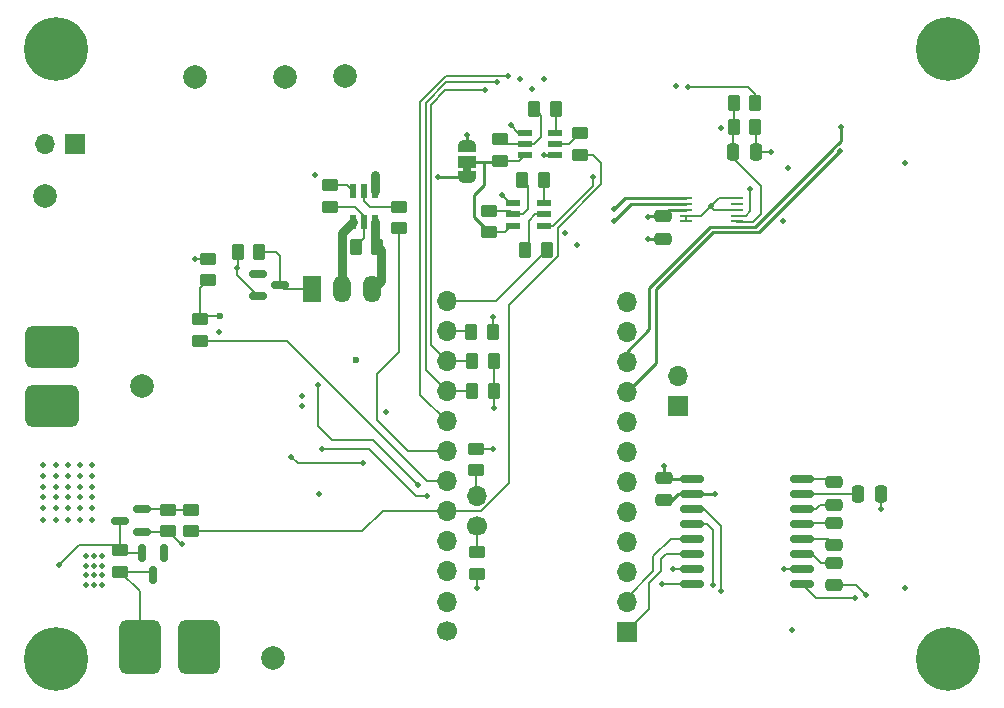
<source format=gbr>
%TF.GenerationSoftware,KiCad,Pcbnew,9.0.4*%
%TF.CreationDate,2025-11-20T14:20:26-08:00*%
%TF.ProjectId,camera_controller,63616d65-7261-45f6-936f-6e74726f6c6c,1.0*%
%TF.SameCoordinates,Original*%
%TF.FileFunction,Copper,L4,Bot*%
%TF.FilePolarity,Positive*%
%FSLAX46Y46*%
G04 Gerber Fmt 4.6, Leading zero omitted, Abs format (unit mm)*
G04 Created by KiCad (PCBNEW 9.0.4) date 2025-11-20 14:20:26*
%MOMM*%
%LPD*%
G01*
G04 APERTURE LIST*
G04 Aperture macros list*
%AMRoundRect*
0 Rectangle with rounded corners*
0 $1 Rounding radius*
0 $2 $3 $4 $5 $6 $7 $8 $9 X,Y pos of 4 corners*
0 Add a 4 corners polygon primitive as box body*
4,1,4,$2,$3,$4,$5,$6,$7,$8,$9,$2,$3,0*
0 Add four circle primitives for the rounded corners*
1,1,$1+$1,$2,$3*
1,1,$1+$1,$4,$5*
1,1,$1+$1,$6,$7*
1,1,$1+$1,$8,$9*
0 Add four rect primitives between the rounded corners*
20,1,$1+$1,$2,$3,$4,$5,0*
20,1,$1+$1,$4,$5,$6,$7,0*
20,1,$1+$1,$6,$7,$8,$9,0*
20,1,$1+$1,$8,$9,$2,$3,0*%
%AMFreePoly0*
4,1,23,0.550000,-0.750000,0.000000,-0.750000,0.000000,-0.745722,-0.065263,-0.745722,-0.191342,-0.711940,-0.304381,-0.646677,-0.396677,-0.554381,-0.461940,-0.441342,-0.495722,-0.315263,-0.495722,-0.250000,-0.500000,-0.250000,-0.500000,0.250000,-0.495722,0.250000,-0.495722,0.315263,-0.461940,0.441342,-0.396677,0.554381,-0.304381,0.646677,-0.191342,0.711940,-0.065263,0.745722,0.000000,0.745722,
0.000000,0.750000,0.550000,0.750000,0.550000,-0.750000,0.550000,-0.750000,$1*%
%AMFreePoly1*
4,1,23,0.000000,0.745722,0.065263,0.745722,0.191342,0.711940,0.304381,0.646677,0.396677,0.554381,0.461940,0.441342,0.495722,0.315263,0.495722,0.250000,0.500000,0.250000,0.500000,-0.250000,0.495722,-0.250000,0.495722,-0.315263,0.461940,-0.441342,0.396677,-0.554381,0.304381,-0.646677,0.191342,-0.711940,0.065263,-0.745722,0.000000,-0.745722,0.000000,-0.750000,-0.550000,-0.750000,
-0.550000,0.750000,0.000000,0.750000,0.000000,0.745722,0.000000,0.745722,$1*%
G04 Aperture macros list end*
%TA.AperFunction,EtchedComponent*%
%ADD10C,0.000000*%
%TD*%
%TA.AperFunction,ComponentPad*%
%ADD11R,1.500000X2.300000*%
%TD*%
%TA.AperFunction,ComponentPad*%
%ADD12O,1.500000X2.300000*%
%TD*%
%TA.AperFunction,ComponentPad*%
%ADD13R,1.700000X1.700000*%
%TD*%
%TA.AperFunction,ComponentPad*%
%ADD14O,1.700000X1.700000*%
%TD*%
%TA.AperFunction,ComponentPad*%
%ADD15C,0.800000*%
%TD*%
%TA.AperFunction,ComponentPad*%
%ADD16C,5.400000*%
%TD*%
%TA.AperFunction,ComponentPad*%
%ADD17RoundRect,0.500000X1.750000X-1.250000X1.750000X1.250000X-1.750000X1.250000X-1.750000X-1.250000X0*%
%TD*%
%TA.AperFunction,ComponentPad*%
%ADD18C,1.700000*%
%TD*%
%TA.AperFunction,ComponentPad*%
%ADD19RoundRect,0.500000X-1.250000X-1.750000X1.250000X-1.750000X1.250000X1.750000X-1.250000X1.750000X0*%
%TD*%
%TA.AperFunction,SMDPad,CuDef*%
%ADD20RoundRect,0.150000X-0.150000X0.587500X-0.150000X-0.587500X0.150000X-0.587500X0.150000X0.587500X0*%
%TD*%
%TA.AperFunction,SMDPad,CuDef*%
%ADD21RoundRect,0.250000X-0.450000X0.262500X-0.450000X-0.262500X0.450000X-0.262500X0.450000X0.262500X0*%
%TD*%
%TA.AperFunction,SMDPad,CuDef*%
%ADD22RoundRect,0.250000X-0.262500X-0.450000X0.262500X-0.450000X0.262500X0.450000X-0.262500X0.450000X0*%
%TD*%
%TA.AperFunction,SMDPad,CuDef*%
%ADD23RoundRect,0.250000X0.262500X0.450000X-0.262500X0.450000X-0.262500X-0.450000X0.262500X-0.450000X0*%
%TD*%
%TA.AperFunction,SMDPad,CuDef*%
%ADD24RoundRect,0.150000X0.587500X0.150000X-0.587500X0.150000X-0.587500X-0.150000X0.587500X-0.150000X0*%
%TD*%
%TA.AperFunction,SMDPad,CuDef*%
%ADD25RoundRect,0.250000X0.250000X0.475000X-0.250000X0.475000X-0.250000X-0.475000X0.250000X-0.475000X0*%
%TD*%
%TA.AperFunction,SMDPad,CuDef*%
%ADD26R,1.150000X0.600000*%
%TD*%
%TA.AperFunction,SMDPad,CuDef*%
%ADD27R,0.600000X1.150000*%
%TD*%
%TA.AperFunction,SMDPad,CuDef*%
%ADD28RoundRect,0.250000X0.450000X-0.262500X0.450000X0.262500X-0.450000X0.262500X-0.450000X-0.262500X0*%
%TD*%
%TA.AperFunction,SMDPad,CuDef*%
%ADD29RoundRect,0.250000X-0.475000X0.250000X-0.475000X-0.250000X0.475000X-0.250000X0.475000X0.250000X0*%
%TD*%
%TA.AperFunction,SMDPad,CuDef*%
%ADD30FreePoly0,90.000000*%
%TD*%
%TA.AperFunction,SMDPad,CuDef*%
%ADD31R,1.500000X1.000000*%
%TD*%
%TA.AperFunction,SMDPad,CuDef*%
%ADD32FreePoly1,90.000000*%
%TD*%
%TA.AperFunction,SMDPad,CuDef*%
%ADD33RoundRect,0.250000X0.475000X-0.250000X0.475000X0.250000X-0.475000X0.250000X-0.475000X-0.250000X0*%
%TD*%
%TA.AperFunction,SMDPad,CuDef*%
%ADD34RoundRect,0.150000X0.875000X0.150000X-0.875000X0.150000X-0.875000X-0.150000X0.875000X-0.150000X0*%
%TD*%
%TA.AperFunction,SMDPad,CuDef*%
%ADD35R,1.100000X0.250000*%
%TD*%
%TA.AperFunction,SMDPad,CuDef*%
%ADD36RoundRect,0.150000X-0.587500X-0.150000X0.587500X-0.150000X0.587500X0.150000X-0.587500X0.150000X0*%
%TD*%
%TA.AperFunction,ViaPad*%
%ADD37C,2.000000*%
%TD*%
%TA.AperFunction,ViaPad*%
%ADD38C,0.510000*%
%TD*%
%TA.AperFunction,ViaPad*%
%ADD39C,0.600000*%
%TD*%
%TA.AperFunction,Conductor*%
%ADD40C,0.200000*%
%TD*%
%TA.AperFunction,Conductor*%
%ADD41C,0.800000*%
%TD*%
%TA.AperFunction,Conductor*%
%ADD42C,0.250000*%
%TD*%
G04 APERTURE END LIST*
D10*
%TA.AperFunction,EtchedComponent*%
%TO.C,JP1*%
G36*
X58517500Y-34175000D02*
G01*
X57917500Y-34175000D01*
X57917500Y-33675000D01*
X58517500Y-33675000D01*
X58517500Y-34175000D01*
G37*
%TD.AperFunction*%
%TD*%
D11*
%TO.P,U1,1,IN*%
%TO.N,VSS*%
X45053000Y-44107500D03*
D12*
%TO.P,U1,2,GND*%
%TO.N,GND*%
X47593000Y-44107500D03*
%TO.P,U1,3,OUT*%
%TO.N,+5V_MCU*%
X50133000Y-44107500D03*
%TD*%
D13*
%TO.P,J16,1,Pin_1*%
%TO.N,+5V_MCU*%
X25000000Y-31800000D03*
D14*
%TO.P,J16,2,Pin_2*%
%TO.N,GND*%
X22460000Y-31800000D03*
%TD*%
D15*
%TO.P,,1*%
%TO.N,N/C*%
X96915000Y-23735000D03*
X97508109Y-22303109D03*
X97508109Y-25166891D03*
X98940000Y-21710000D03*
D16*
X98940000Y-23735000D03*
D15*
X98940000Y-25760000D03*
X100371891Y-22303109D03*
X100371891Y-25166891D03*
X100965000Y-23735000D03*
%TD*%
%TO.P,,1*%
%TO.N,N/C*%
X21375000Y-75415000D03*
X21968109Y-73983109D03*
X21968109Y-76846891D03*
X23400000Y-73390000D03*
D16*
X23400000Y-75415000D03*
D15*
X23400000Y-77440000D03*
X24831891Y-73983109D03*
X24831891Y-76846891D03*
X25425000Y-75415000D03*
%TD*%
%TO.P,,1*%
%TO.N,N/C*%
X96915000Y-75415000D03*
X97508109Y-73983109D03*
X97508109Y-76846891D03*
X98940000Y-73390000D03*
D16*
X98940000Y-75415000D03*
D15*
X98940000Y-77440000D03*
X100371891Y-73983109D03*
X100371891Y-76846891D03*
X100965000Y-75415000D03*
%TD*%
D17*
%TO.P,J12,1,Pin_1*%
%TO.N,Vin SW*%
X23062500Y-54000000D03*
%TO.P,J12,2,Pin_2*%
%TO.N,GND*%
X23062500Y-49000000D03*
%TD*%
D13*
%TO.P,U3,1,Pin_1*%
%TO.N,uCTx*%
X71725000Y-73125000D03*
D14*
%TO.P,U3,2,Pin_2*%
%TO.N,uCRx*%
X71725000Y-70585000D03*
%TO.P,U3,3,Pin_3*%
%TO.N,unconnected-(U3-Pin_3-Pad3)*%
X71725000Y-68045000D03*
%TO.P,U3,4,Pin_4*%
%TO.N,GND*%
X71725000Y-65505000D03*
%TO.P,U3,5,Pin_5*%
%TO.N,ext_uCRx*%
X71725000Y-62965000D03*
%TO.P,U3,6,Pin_6*%
%TO.N,ext_uCTx*%
X71725000Y-60425000D03*
%TO.P,U3,7,Pin_7*%
%TO.N,CAM2 GPIO 1*%
X71725000Y-57885000D03*
%TO.P,U3,8,Pin_8*%
%TO.N,CAM 2 GPIO 2*%
X71725000Y-55345000D03*
%TO.P,U3,9,Pin_9*%
%TO.N,CAM1 GPIO 1*%
X71725000Y-52805000D03*
%TO.P,U3,10,Pin_10*%
%TO.N,CAM 1 GPIO 2*%
X71725000Y-50265000D03*
%TO.P,U3,11,Pin_11*%
%TO.N,Ext Trig In*%
X71725000Y-47725000D03*
%TO.P,U3,12,Pin_12*%
%TO.N,Net-(U3-Pin_12)*%
X71725000Y-45185000D03*
%TO.P,U3,13,Pin_13*%
%TO.N,Strobe Trig*%
X56485000Y-45055000D03*
%TO.P,U3,14,Pin_14*%
%TO.N,Net-(U3-Pin_14)*%
X56485000Y-47595000D03*
%TO.P,U3,15,Pin_15*%
%TO.N,Force On*%
X56485000Y-50135000D03*
%TO.P,U3,16,Pin_16*%
%TO.N,P Switch*%
X56485000Y-52675000D03*
%TO.P,U3,17,Pin_17*%
%TO.N,Status LED*%
X56485000Y-55215000D03*
%TO.P,U3,18,Pin_18*%
%TO.N,5V EN*%
X56485000Y-57755000D03*
%TO.P,U3,19,Pin_19*%
%TO.N,VSS SW EN*%
X56485000Y-60295000D03*
%TO.P,U3,20,Pin_20*%
%TO.N,Strobe EN*%
X56485000Y-62835000D03*
%TO.P,U3,21,Pin_21*%
%TO.N,+3.3V*%
X56485000Y-65375000D03*
%TO.P,U3,22,Pin_22*%
%TO.N,GND*%
X56485000Y-67915000D03*
%TO.P,U3,23,Pin_23*%
X56485000Y-70585000D03*
D18*
%TO.P,U3,24,Pin_24*%
%TO.N,+5V_MCU*%
X56485000Y-72995000D03*
D14*
%TO.P,U3,25,Pin_25*%
%TO.N,SDA*%
X59025000Y-61565000D03*
D18*
%TO.P,U3,26,Pin_26*%
%TO.N,SCL*%
X59025000Y-64105000D03*
%TD*%
D15*
%TO.P,,1*%
%TO.N,N/C*%
X21375000Y-23735000D03*
X21968109Y-22303109D03*
X21968109Y-25166891D03*
X23400000Y-21710000D03*
D16*
X23400000Y-23735000D03*
D15*
X23400000Y-25760000D03*
X24831891Y-22303109D03*
X24831891Y-25166891D03*
X25425000Y-23735000D03*
%TD*%
D19*
%TO.P,J1,1,Pin_1*%
%TO.N,VIN*%
X30500000Y-74400000D03*
%TO.P,J1,2,Pin_2*%
%TO.N,GND*%
X35500000Y-74400000D03*
%TD*%
D13*
%TO.P,J17,1,Pin_1*%
%TO.N,MCU GPIO 2*%
X76050000Y-54000000D03*
D14*
%TO.P,J17,2,Pin_2*%
%TO.N,GND*%
X76050000Y-51460000D03*
%TD*%
D20*
%TO.P,D1,1,A*%
%TO.N,Net-(D1-A)*%
X30700000Y-66390000D03*
%TO.P,D1,2,NC*%
%TO.N,unconnected-(D1-NC-Pad2)*%
X32600000Y-66390000D03*
%TO.P,D1,3,K*%
%TO.N,VIN*%
X31650000Y-68265000D03*
%TD*%
D21*
%TO.P,R7,1*%
%TO.N,SCL*%
X59050000Y-66337500D03*
%TO.P,R7,2*%
%TO.N,+3.3V*%
X59050000Y-68162500D03*
%TD*%
D22*
%TO.P,R13,1*%
%TO.N,Net-(Q5-B1)*%
X63137500Y-40750000D03*
%TO.P,R13,2*%
%TO.N,Strobe Trig*%
X64962500Y-40750000D03*
%TD*%
D23*
%TO.P,R10,1*%
%TO.N,Net-(Q4-C1)*%
X65712500Y-28800000D03*
%TO.P,R10,2*%
%TO.N,Net-(Q4-B2)*%
X63887500Y-28800000D03*
%TD*%
D24*
%TO.P,Q2,1,G*%
%TO.N,Net-(Q2-G)*%
X30712500Y-62727500D03*
%TO.P,Q2,2,S*%
%TO.N,GND*%
X30712500Y-64627500D03*
%TO.P,Q2,3,D*%
%TO.N,Net-(D1-A)*%
X28837500Y-63677500D03*
%TD*%
D25*
%TO.P,C19,1*%
%TO.N,GND*%
X93250000Y-61400000D03*
%TO.P,C19,2*%
%TO.N,Net-(U8-V+)*%
X91350000Y-61400000D03*
%TD*%
%TO.P,C12,1*%
%TO.N,GND*%
X82650000Y-32450000D03*
%TO.P,C12,2*%
%TO.N,Net-(U5-AIN1)*%
X80750000Y-32450000D03*
%TD*%
D23*
%TO.P,R23,1*%
%TO.N,AIN 2*%
X82612500Y-28350000D03*
%TO.P,R23,2*%
%TO.N,Net-(U5-AIN1)*%
X80787500Y-28350000D03*
%TD*%
D26*
%TO.P,Q5,1,C1*%
%TO.N,Net-(Q5-C1)*%
X64750000Y-36800000D03*
%TO.P,Q5,2,B1*%
%TO.N,Net-(Q5-B1)*%
X64750000Y-37750000D03*
%TO.P,Q5,3,C2*%
%TO.N,Strobe Trig Out*%
X64750000Y-38700000D03*
%TO.P,Q5,4,E2*%
%TO.N,+V Strobe GPIO*%
X62150000Y-38700000D03*
%TO.P,Q5,5,B2*%
%TO.N,Net-(Q5-B2)*%
X62150000Y-37750000D03*
%TO.P,Q5,6,E1*%
%TO.N,GND*%
X62150000Y-36800000D03*
%TD*%
D27*
%TO.P,Q3,1,C1*%
%TO.N,Net-(Q3-C1)*%
X48550000Y-35800000D03*
%TO.P,Q3,2,B1*%
%TO.N,Net-(Q3-B1)*%
X49500000Y-35800000D03*
%TO.P,Q3,3,C2*%
%TO.N,5V SW*%
X50450000Y-35800000D03*
%TO.P,Q3,4,E2*%
%TO.N,+5V_MCU*%
X50450000Y-38400000D03*
%TO.P,Q3,5,B2*%
%TO.N,Net-(Q3-B2)*%
X49500000Y-38400000D03*
%TO.P,Q3,6,E1*%
%TO.N,GND*%
X48550000Y-38400000D03*
%TD*%
D21*
%TO.P,R11,1*%
%TO.N,Net-(Q4-B1)*%
X67750000Y-30887500D03*
%TO.P,R11,2*%
%TO.N,Strobe EN*%
X67750000Y-32712500D03*
%TD*%
D28*
%TO.P,R14,1*%
%TO.N,+V Strobe GPIO*%
X60100000Y-39262500D03*
%TO.P,R14,2*%
%TO.N,Net-(Q5-B2)*%
X60100000Y-37437500D03*
%TD*%
D23*
%TO.P,R24,1*%
%TO.N,GND*%
X82612500Y-30350000D03*
%TO.P,R24,2*%
%TO.N,Net-(U5-AIN1)*%
X80787500Y-30350000D03*
%TD*%
D22*
%TO.P,R29,1*%
%TO.N,P Switch*%
X58662500Y-52675000D03*
%TO.P,R29,2*%
%TO.N,+3.3V*%
X60487500Y-52675000D03*
%TD*%
D29*
%TO.P,C15,1*%
%TO.N,Net-(U8-C1+)*%
X89300000Y-60450000D03*
%TO.P,C15,2*%
%TO.N,Net-(U8-C1-)*%
X89300000Y-62350000D03*
%TD*%
D23*
%TO.P,R33,1*%
%TO.N,+5V_MCU*%
X50612500Y-40500000D03*
%TO.P,R33,2*%
%TO.N,Net-(Q3-B2)*%
X48787500Y-40500000D03*
%TD*%
D28*
%TO.P,R31,1*%
%TO.N,VSS SW EN*%
X35625000Y-48433731D03*
%TO.P,R31,2*%
%TO.N,Net-(U6-G2)*%
X35625000Y-46608731D03*
%TD*%
D30*
%TO.P,JP1,1,A*%
%TO.N,+5V_MCU*%
X58217500Y-34575000D03*
D31*
%TO.P,JP1,2,C*%
%TO.N,+V Strobe GPIO*%
X58217500Y-33275000D03*
D32*
%TO.P,JP1,3,B*%
%TO.N,+3.3V*%
X58217500Y-31975000D03*
%TD*%
D26*
%TO.P,Q4,1,C1*%
%TO.N,Net-(Q4-C1)*%
X65700000Y-30850000D03*
%TO.P,Q4,2,B1*%
%TO.N,Net-(Q4-B1)*%
X65700000Y-31800000D03*
%TO.P,Q4,3,C2*%
%TO.N,Strobe EN OUT*%
X65700000Y-32750000D03*
%TO.P,Q4,4,E2*%
%TO.N,+V Strobe GPIO*%
X63100000Y-32750000D03*
%TO.P,Q4,5,B2*%
%TO.N,Net-(Q4-B2)*%
X63100000Y-31800000D03*
%TO.P,Q4,6,E1*%
%TO.N,GND*%
X63100000Y-30850000D03*
%TD*%
D22*
%TO.P,R22,1*%
%TO.N,Force On*%
X58637500Y-50150000D03*
%TO.P,R22,2*%
%TO.N,+3.3V*%
X60462500Y-50150000D03*
%TD*%
D21*
%TO.P,R6,1*%
%TO.N,Net-(Q3-B1)*%
X52500000Y-37087500D03*
%TO.P,R6,2*%
%TO.N,5V EN*%
X52500000Y-38912500D03*
%TD*%
D29*
%TO.P,C21,1*%
%TO.N,+3.3V*%
X74900000Y-60050000D03*
%TO.P,C21,2*%
%TO.N,GND*%
X74900000Y-61950000D03*
%TD*%
D21*
%TO.P,R32,1*%
%TO.N,GND*%
X36300000Y-41508731D03*
%TO.P,R32,2*%
%TO.N,Net-(U6-G2)*%
X36300000Y-43333731D03*
%TD*%
D33*
%TO.P,C14,1*%
%TO.N,GND*%
X89300000Y-69150000D03*
%TO.P,C14,2*%
%TO.N,Net-(U8-V-)*%
X89300000Y-67250000D03*
%TD*%
D21*
%TO.P,R8,1*%
%TO.N,+3.3V*%
X59000000Y-57587500D03*
%TO.P,R8,2*%
%TO.N,SDA*%
X59000000Y-59412500D03*
%TD*%
%TO.P,R4,1*%
%TO.N,Net-(Q2-G)*%
X32875000Y-62765000D03*
%TO.P,R4,2*%
%TO.N,GND*%
X32875000Y-64590000D03*
%TD*%
D28*
%TO.P,R1,1*%
%TO.N,VIN*%
X28875000Y-67990000D03*
%TO.P,R1,2*%
%TO.N,Net-(D1-A)*%
X28875000Y-66165000D03*
%TD*%
D23*
%TO.P,R2,1*%
%TO.N,VSS*%
X40637500Y-40921231D03*
%TO.P,R2,2*%
%TO.N,Net-(D2-A)*%
X38812500Y-40921231D03*
%TD*%
D29*
%TO.P,C10,1*%
%TO.N,+3.3V*%
X74800000Y-37900000D03*
%TO.P,C10,2*%
%TO.N,GND*%
X74800000Y-39800000D03*
%TD*%
D34*
%TO.P,U8,1,C1+*%
%TO.N,Net-(U8-C1+)*%
X86550000Y-60155000D03*
%TO.P,U8,2,V+*%
%TO.N,Net-(U8-V+)*%
X86550000Y-61425000D03*
%TO.P,U8,3,C1-*%
%TO.N,Net-(U8-C1-)*%
X86550000Y-62695000D03*
%TO.P,U8,4,C2+*%
%TO.N,Net-(U8-C2+)*%
X86550000Y-63965000D03*
%TO.P,U8,5,C2-*%
%TO.N,Net-(U8-C2-)*%
X86550000Y-65235000D03*
%TO.P,U8,6,V-*%
%TO.N,Net-(U8-V-)*%
X86550000Y-66505000D03*
%TO.P,U8,7,DOUT2*%
%TO.N,ExtRx2*%
X86550000Y-67775000D03*
%TO.P,U8,8,RIN2*%
%TO.N,ExtTx2*%
X86550000Y-69045000D03*
%TO.P,U8,9,ROUT2*%
%TO.N,ext_uCRx*%
X77250000Y-69045000D03*
%TO.P,U8,10,DIN2*%
%TO.N,ext_uCTx*%
X77250000Y-67775000D03*
%TO.P,U8,11,DIN1*%
%TO.N,uCTx*%
X77250000Y-66505000D03*
%TO.P,U8,12,ROUT1*%
%TO.N,uCRx*%
X77250000Y-65235000D03*
%TO.P,U8,13,RIN1*%
%TO.N,PCTx1*%
X77250000Y-63965000D03*
%TO.P,U8,14,DOUT1*%
%TO.N,PCRx1*%
X77250000Y-62695000D03*
%TO.P,U8,15,GND*%
%TO.N,GND*%
X77250000Y-61425000D03*
%TO.P,U8,16,VCC*%
%TO.N,+3.3V*%
X77250000Y-60155000D03*
%TD*%
D21*
%TO.P,R5,1*%
%TO.N,Net-(Q3-C1)*%
X46600000Y-35287500D03*
%TO.P,R5,2*%
%TO.N,Net-(Q3-B2)*%
X46600000Y-37112500D03*
%TD*%
D23*
%TO.P,R12,1*%
%TO.N,Net-(Q5-C1)*%
X64712500Y-34800000D03*
%TO.P,R12,2*%
%TO.N,Net-(Q5-B2)*%
X62887500Y-34800000D03*
%TD*%
D28*
%TO.P,R3,1*%
%TO.N,Strobe EN*%
X34875000Y-64590000D03*
%TO.P,R3,2*%
%TO.N,Net-(Q2-G)*%
X34875000Y-62765000D03*
%TD*%
D29*
%TO.P,C18,1*%
%TO.N,Net-(U8-C2+)*%
X89300000Y-63850000D03*
%TO.P,C18,2*%
%TO.N,Net-(U8-C2-)*%
X89300000Y-65750000D03*
%TD*%
D23*
%TO.P,R30,1*%
%TO.N,MCU GPIO 2*%
X60400000Y-47675000D03*
%TO.P,R30,2*%
%TO.N,Net-(U3-Pin_14)*%
X58575000Y-47675000D03*
%TD*%
D35*
%TO.P,U5,1,ADDR*%
%TO.N,GND*%
X81050000Y-36350000D03*
%TO.P,U5,2,ALERT/RDY*%
%TO.N,unconnected-(U5-ALERT{slash}RDY-Pad2)*%
X81050000Y-36850000D03*
%TO.P,U5,3,GND*%
%TO.N,GND*%
X81050000Y-37350000D03*
%TO.P,U5,4,AIN0*%
%TO.N,Net-(U5-AIN0)*%
X81050000Y-37850000D03*
%TO.P,U5,5,AIN1*%
%TO.N,Net-(U5-AIN1)*%
X81050000Y-38350000D03*
%TO.P,U5,6,AIN2*%
%TO.N,GND*%
X76750000Y-38350000D03*
%TO.P,U5,7,AIN3*%
X76750000Y-37850000D03*
%TO.P,U5,8,VDD*%
%TO.N,+3.3V*%
X76750000Y-37350000D03*
%TO.P,U5,9,SDA*%
%TO.N,SDA*%
X76750000Y-36850000D03*
%TO.P,U5,10,SCL*%
%TO.N,SCL*%
X76750000Y-36350000D03*
%TD*%
D36*
%TO.P,D2,1,A*%
%TO.N,Net-(D2-A)*%
X40483731Y-44671231D03*
%TO.P,D2,2,NC*%
%TO.N,unconnected-(D2-NC-Pad2)*%
X40483731Y-42771231D03*
%TO.P,D2,3,K*%
%TO.N,VSS*%
X42358731Y-43721231D03*
%TD*%
D28*
%TO.P,R9,1*%
%TO.N,+V Strobe GPIO*%
X61000000Y-33212500D03*
%TO.P,R9,2*%
%TO.N,Net-(Q4-B2)*%
X61000000Y-31387500D03*
%TD*%
D37*
%TO.N,GND*%
X30700000Y-52300000D03*
D38*
X34075000Y-65677500D03*
X95328600Y-33400000D03*
X62700000Y-26250000D03*
X93300000Y-62700000D03*
X92024999Y-70000000D03*
X64700000Y-26275000D03*
X79750000Y-30400000D03*
D37*
X42800000Y-26100000D03*
X22500000Y-36200000D03*
X41800000Y-75300000D03*
D38*
X44275000Y-53975000D03*
X37225000Y-47700000D03*
X83950000Y-32450000D03*
D37*
X47900000Y-26075000D03*
D38*
X95303600Y-69350002D03*
X61200000Y-36100000D03*
X67550000Y-40300000D03*
X78850000Y-37050000D03*
D37*
X35200000Y-26100000D03*
D38*
X45700000Y-61400000D03*
X79250000Y-61425000D03*
X61900000Y-30200000D03*
X35212500Y-41508731D03*
X44274997Y-53100000D03*
X85725000Y-72975000D03*
D39*
X48850000Y-50100000D03*
D38*
X84950000Y-38325000D03*
X73550000Y-39800000D03*
X75900000Y-26900000D03*
%TO.N,+3.3V*%
X73550000Y-37950000D03*
X58200000Y-31000000D03*
X60475000Y-54125000D03*
X66500000Y-39300000D03*
X74900000Y-59050000D03*
X60425000Y-57587500D03*
X51375000Y-54450000D03*
X63700000Y-27100000D03*
X59050000Y-69350000D03*
X85425000Y-33800000D03*
%TO.N,AIN 2*%
X76900000Y-26950000D03*
%TO.N,Net-(U5-AIN0)*%
X82191268Y-35583732D03*
%TO.N,VIN*%
X25925000Y-66700000D03*
X25925000Y-67500000D03*
X26625000Y-67500000D03*
X27325000Y-68300000D03*
X26625000Y-68300000D03*
X26625000Y-66700000D03*
X27325000Y-67500000D03*
X25925000Y-68300000D03*
X26625000Y-69100000D03*
X27325000Y-66700000D03*
X27325000Y-69100000D03*
X25925000Y-69100000D03*
%TO.N,Net-(D1-A)*%
X23655000Y-67420000D03*
%TO.N,Vin SW*%
X23425000Y-61700000D03*
X24425000Y-63600000D03*
X25425000Y-62600000D03*
X26425000Y-62600000D03*
X22325000Y-59900000D03*
X26425000Y-61700000D03*
X24425000Y-61700000D03*
X25425000Y-63600000D03*
X24425000Y-62600000D03*
X22325000Y-63600000D03*
X26425000Y-59000000D03*
X23425000Y-60800000D03*
X26425000Y-60800000D03*
X22325000Y-62600000D03*
X26425000Y-63600000D03*
X25425000Y-61700000D03*
X25425000Y-59000000D03*
X22325000Y-59000000D03*
X23425000Y-63600000D03*
X25425000Y-60800000D03*
X24425000Y-60800000D03*
X23425000Y-62600000D03*
X22325000Y-61700000D03*
X23425000Y-59000000D03*
X26425000Y-59900000D03*
X25425000Y-59900000D03*
X23425000Y-59900000D03*
X22325000Y-60800000D03*
X24425000Y-59900000D03*
X24425000Y-59000000D03*
%TO.N,Net-(D2-A)*%
X38725000Y-42300000D03*
%TO.N,SCL*%
X70650000Y-37300000D03*
X54025000Y-60657538D03*
X45600000Y-52200000D03*
%TO.N,SDA*%
X45950000Y-57650000D03*
X70650000Y-38300000D03*
X54800000Y-61575000D03*
%TO.N,Net-(U4-A1)*%
X49400000Y-58800000D03*
X43350000Y-58250000D03*
%TO.N,5V SW*%
X50400000Y-34400000D03*
%TO.N,Strobe Trig Out*%
X68850000Y-34550000D03*
%TO.N,Strobe EN OUT*%
X64700000Y-32750000D03*
%TO.N,P Switch*%
X60775000Y-26555000D03*
%TO.N,Status LED*%
X61725000Y-26000000D03*
%TO.N,Force On*%
X59700000Y-27250000D03*
%TO.N,CAM1 GPIO 1*%
X89825000Y-32400000D03*
%TO.N,CAM 1 GPIO 2*%
X89850000Y-30350000D03*
D39*
%TO.N,Net-(U6-G2)*%
X37281231Y-46356231D03*
D38*
%TO.N,+5V_MCU*%
X55800000Y-34575000D03*
X45325000Y-34400000D03*
%TO.N,PCTx1*%
X79046801Y-69138118D03*
%TO.N,PCRx1*%
X79700000Y-69600000D03*
%TO.N,ExtRx2*%
X85025000Y-67775000D03*
%TO.N,ExtTx2*%
X91025000Y-70250000D03*
%TO.N,ext_uCTx*%
X75625000Y-67775000D03*
%TO.N,ext_uCRx*%
X74725000Y-69025000D03*
%TO.N,MCU GPIO 2*%
X60400000Y-46400000D03*
%TD*%
D40*
%TO.N,GND*%
X92024999Y-70000000D02*
X91174999Y-69150000D01*
D41*
X47593000Y-39357000D02*
X48550000Y-38400000D01*
D40*
X78050000Y-37850000D02*
X76750000Y-37850000D01*
D42*
X75575000Y-61950000D02*
X74900000Y-61950000D01*
D40*
X82612500Y-30350000D02*
X82650000Y-30387500D01*
X76750000Y-37850000D02*
X76750000Y-38350000D01*
X30712500Y-64627500D02*
X32837500Y-64627500D01*
D42*
X76100000Y-61425000D02*
X75575000Y-61950000D01*
D40*
X79150000Y-37350000D02*
X81050000Y-37350000D01*
X32837500Y-64627500D02*
X32875000Y-64590000D01*
X35212500Y-41508731D02*
X36300000Y-41508731D01*
D41*
X47593000Y-44107500D02*
X47593000Y-39357000D01*
D40*
X82650000Y-30387500D02*
X82650000Y-32450000D01*
X79550000Y-36350000D02*
X81050000Y-36350000D01*
X78850000Y-37050000D02*
X79550000Y-36350000D01*
D42*
X77250000Y-61425000D02*
X76100000Y-61425000D01*
D40*
X91174999Y-69150000D02*
X89300000Y-69150000D01*
X78850000Y-37050000D02*
X79150000Y-37350000D01*
X93300000Y-62700000D02*
X93300000Y-61450000D01*
X33962500Y-65677500D02*
X32875000Y-64590000D01*
X78850000Y-37050000D02*
X78050000Y-37850000D01*
X61200000Y-36125000D02*
X61200000Y-36100000D01*
X93300000Y-61450000D02*
X93250000Y-61400000D01*
X62550000Y-30850000D02*
X61900000Y-30200000D01*
D42*
X74800000Y-39800000D02*
X73550000Y-39800000D01*
D40*
X61875000Y-36800000D02*
X61200000Y-36125000D01*
X82650000Y-32450000D02*
X83950000Y-32450000D01*
X63100000Y-30850000D02*
X62550000Y-30850000D01*
X34075000Y-65677500D02*
X33962500Y-65677500D01*
X62150000Y-36800000D02*
X61875000Y-36800000D01*
D42*
X77250000Y-61425000D02*
X79250000Y-61425000D01*
D40*
%TO.N,VSS*%
X42358731Y-43721231D02*
X42358731Y-41258731D01*
X42021231Y-40921231D02*
X40825000Y-40921231D01*
X42358731Y-41258731D02*
X42021231Y-40921231D01*
X45053000Y-44107500D02*
X42745000Y-44107500D01*
X42745000Y-44107500D02*
X42358731Y-43721231D01*
D42*
%TO.N,+3.3V*%
X75005000Y-60155000D02*
X74900000Y-60050000D01*
X74900000Y-59050000D02*
X74900000Y-60050000D01*
X58217500Y-31975000D02*
X58217500Y-31017500D01*
X77250000Y-60155000D02*
X75005000Y-60155000D01*
D40*
X60425000Y-57587500D02*
X59000000Y-57587500D01*
X60487500Y-52675000D02*
X60487500Y-54112500D01*
X60462500Y-52650000D02*
X60487500Y-52675000D01*
D42*
X74800000Y-37900000D02*
X75350000Y-37350000D01*
D40*
X60487500Y-54112500D02*
X60475000Y-54125000D01*
X60462500Y-50150000D02*
X60462500Y-52650000D01*
D42*
X74800000Y-37900000D02*
X73600000Y-37900000D01*
X75350000Y-37350000D02*
X76750000Y-37350000D01*
X58217500Y-31017500D02*
X58200000Y-31000000D01*
X73600000Y-37900000D02*
X73550000Y-37950000D01*
D40*
X59050000Y-68162500D02*
X59050000Y-69350000D01*
%TO.N,Net-(U5-AIN1)*%
X83100000Y-37692463D02*
X83100000Y-35325000D01*
X83100000Y-35325000D02*
X80750000Y-32975000D01*
X80787500Y-30350000D02*
X80787500Y-30487500D01*
X80787500Y-30487500D02*
X80750000Y-30525000D01*
X82417463Y-38375000D02*
X83100000Y-37692463D01*
X80750000Y-32975000D02*
X80750000Y-32450000D01*
X81075000Y-38375000D02*
X82417463Y-38375000D01*
X80787500Y-28350000D02*
X80787500Y-30350000D01*
X81050000Y-38350000D02*
X81075000Y-38375000D01*
X80750000Y-30525000D02*
X80750000Y-32450000D01*
%TO.N,AIN 2*%
X76900000Y-26950000D02*
X82000000Y-26950000D01*
X82000000Y-26950000D02*
X82612500Y-27562500D01*
X82612500Y-27562500D02*
X82612500Y-28350000D01*
%TO.N,Net-(U5-AIN0)*%
X82191268Y-37483732D02*
X82191268Y-35583732D01*
X81825000Y-37850000D02*
X82191268Y-37483732D01*
X81050000Y-37850000D02*
X81825000Y-37850000D01*
%TO.N,VIN*%
X31375000Y-67990000D02*
X31650000Y-68265000D01*
X30500000Y-69615000D02*
X28875000Y-67990000D01*
X30500000Y-74400000D02*
X30500000Y-69615000D01*
X28875000Y-67990000D02*
X31375000Y-67990000D01*
%TO.N,Net-(D1-A)*%
X28460000Y-65750000D02*
X25325000Y-65750000D01*
X28875000Y-66165000D02*
X28875000Y-63715000D01*
X28875000Y-63715000D02*
X28837500Y-63677500D01*
X30700000Y-66390000D02*
X29100000Y-66390000D01*
X28875000Y-66165000D02*
X28460000Y-65750000D01*
X29100000Y-66390000D02*
X28875000Y-66165000D01*
X25325000Y-65750000D02*
X23655000Y-67420000D01*
%TO.N,Net-(Q2-G)*%
X32837500Y-62727500D02*
X32875000Y-62765000D01*
X30712500Y-62727500D02*
X32837500Y-62727500D01*
X32875000Y-62765000D02*
X34875000Y-62765000D01*
%TO.N,Net-(D2-A)*%
X38725000Y-42300000D02*
X38725000Y-42912500D01*
X38812500Y-40921231D02*
X38812500Y-42212500D01*
X38812500Y-42212500D02*
X38725000Y-42300000D01*
X38725000Y-42912500D02*
X40483731Y-44671231D01*
%TO.N,Net-(Q4-B2)*%
X64450000Y-29362500D02*
X64450000Y-31225000D01*
X63887500Y-28800000D02*
X64450000Y-29362500D01*
X64450000Y-31225000D02*
X63875000Y-31800000D01*
X63875000Y-31800000D02*
X63100000Y-31800000D01*
X63100000Y-31800000D02*
X61412500Y-31800000D01*
X61412500Y-31800000D02*
X61000000Y-31387500D01*
%TO.N,Net-(Q4-B1)*%
X67750000Y-30887500D02*
X66837500Y-31800000D01*
X66837500Y-31800000D02*
X65700000Y-31800000D01*
%TO.N,Strobe EN*%
X34875000Y-64590000D02*
X49310000Y-64590000D01*
X51065000Y-62835000D02*
X56485000Y-62835000D01*
X65900000Y-41309744D02*
X61750000Y-45459744D01*
X49310000Y-64590000D02*
X49337500Y-64562500D01*
X61750000Y-45459744D02*
X61750000Y-60466346D01*
X59381346Y-62835000D02*
X56485000Y-62835000D01*
X61750000Y-60466346D02*
X59381346Y-62835000D01*
X69575000Y-35215686D02*
X65900000Y-38890686D01*
X67750000Y-32712500D02*
X68887500Y-32712500D01*
X68887500Y-32712500D02*
X69575000Y-33400000D01*
X65900000Y-38890686D02*
X65900000Y-41309744D01*
X69575000Y-33400000D02*
X69575000Y-35215686D01*
X49337500Y-64562500D02*
X51065000Y-62835000D01*
%TO.N,Net-(Q4-C1)*%
X65712500Y-28800000D02*
X65712500Y-30837500D01*
X65712500Y-30837500D02*
X65700000Y-30850000D01*
%TO.N,Net-(Q5-C1)*%
X64712500Y-36762500D02*
X64750000Y-36800000D01*
X64712500Y-34800000D02*
X64712500Y-36762500D01*
%TO.N,Net-(Q5-B2)*%
X63350000Y-35262500D02*
X62887500Y-34800000D01*
X61837500Y-37437500D02*
X62150000Y-37750000D01*
X62925000Y-37750000D02*
X63350000Y-37325000D01*
X60100000Y-37437500D02*
X61837500Y-37437500D01*
X63350000Y-37325000D02*
X63350000Y-35262500D01*
X62150000Y-37750000D02*
X62925000Y-37750000D01*
%TO.N,Strobe Trig*%
X64962500Y-40750000D02*
X60657500Y-45055000D01*
X60657500Y-45055000D02*
X56485000Y-45055000D01*
%TO.N,Net-(Q5-B1)*%
X63975000Y-37750000D02*
X63450000Y-38275000D01*
X64750000Y-37750000D02*
X63975000Y-37750000D01*
X63450000Y-40437500D02*
X63137500Y-40750000D01*
X63450000Y-38275000D02*
X63450000Y-40437500D01*
D42*
%TO.N,SCL*%
X70650000Y-37300000D02*
X71600000Y-36350000D01*
D40*
X54025000Y-60657538D02*
X54025000Y-60625000D01*
X59025000Y-64105000D02*
X59025000Y-66312500D01*
D42*
X71600000Y-36350000D02*
X76750000Y-36350000D01*
D40*
X50275000Y-56875000D02*
X46825000Y-56875000D01*
X46825000Y-56875000D02*
X45625000Y-55675000D01*
X45625000Y-55675000D02*
X45625000Y-52225000D01*
X45625000Y-52225000D02*
X45600000Y-52200000D01*
X59025000Y-66312500D02*
X59050000Y-66337500D01*
X54025000Y-60625000D02*
X50275000Y-56875000D01*
D42*
%TO.N,SDA*%
X70650000Y-38300000D02*
X72100000Y-36850000D01*
X72100000Y-36850000D02*
X76750000Y-36850000D01*
D40*
X53875000Y-61575000D02*
X49950000Y-57650000D01*
X59000000Y-59412500D02*
X59000000Y-61540000D01*
X54800000Y-61575000D02*
X53875000Y-61575000D01*
X59000000Y-61540000D02*
X59025000Y-61565000D01*
X49950000Y-57650000D02*
X45950000Y-57650000D01*
%TO.N,Net-(U4-A1)*%
X43350000Y-58250000D02*
X43900000Y-58800000D01*
X43900000Y-58800000D02*
X49400000Y-58800000D01*
%TO.N,Net-(U8-V-)*%
X89300000Y-67250000D02*
X88150000Y-67250000D01*
X87405000Y-66505000D02*
X86550000Y-66505000D01*
X88150000Y-67250000D02*
X87405000Y-66505000D01*
%TO.N,Net-(U8-C1+)*%
X89005000Y-60155000D02*
X89300000Y-60450000D01*
X86550000Y-60155000D02*
X89005000Y-60155000D01*
%TO.N,Net-(U8-C1-)*%
X87795000Y-62695000D02*
X86550000Y-62695000D01*
X88140000Y-62350000D02*
X87795000Y-62695000D01*
X89300000Y-62350000D02*
X88140000Y-62350000D01*
D41*
%TO.N,5V SW*%
X50400000Y-34400000D02*
X50450000Y-34450000D01*
X50450000Y-34450000D02*
X50450000Y-35800000D01*
D40*
%TO.N,Strobe Trig Out*%
X68850000Y-34550000D02*
X68850000Y-35375000D01*
X68850000Y-35375000D02*
X65525000Y-38700000D01*
X65525000Y-38700000D02*
X64750000Y-38700000D01*
D42*
%TO.N,Strobe EN OUT*%
X65700000Y-32750000D02*
X64700000Y-32750000D01*
D40*
%TO.N,P Switch*%
X56479314Y-26555000D02*
X54725000Y-28309314D01*
X56485000Y-52675000D02*
X58662500Y-52675000D01*
X54725000Y-50915000D02*
X56485000Y-52675000D01*
X60775000Y-26555000D02*
X56479314Y-26555000D01*
X54725000Y-28309314D02*
X54725000Y-50915000D01*
%TO.N,Status LED*%
X61725000Y-26000000D02*
X56468628Y-26000000D01*
X54275000Y-53005000D02*
X56485000Y-55215000D01*
X56468628Y-26000000D02*
X54275000Y-28193628D01*
X54275000Y-28193628D02*
X54275000Y-53005000D01*
%TO.N,Force On*%
X55125000Y-48775000D02*
X56485000Y-50135000D01*
X56485000Y-50135000D02*
X58622500Y-50135000D01*
X58622500Y-50135000D02*
X58637500Y-50150000D01*
X56350000Y-27250000D02*
X55125000Y-28475000D01*
X59700000Y-27250000D02*
X56350000Y-27250000D01*
X55125000Y-28475000D02*
X55125000Y-48775000D01*
%TO.N,Net-(Q3-B1)*%
X49500000Y-36575000D02*
X49500000Y-35800000D01*
X50012500Y-37087500D02*
X49500000Y-36575000D01*
X52500000Y-37087500D02*
X50012500Y-37087500D01*
%TO.N,Net-(Q3-B2)*%
X49500000Y-39787500D02*
X49500000Y-38400000D01*
X48712500Y-37112500D02*
X46600000Y-37112500D01*
X48787500Y-40500000D02*
X49500000Y-39787500D01*
X49500000Y-37900000D02*
X48712500Y-37112500D01*
X49500000Y-38400000D02*
X49500000Y-37900000D01*
%TO.N,Net-(Q3-C1)*%
X48037500Y-35287500D02*
X48550000Y-35800000D01*
X46600000Y-35287500D02*
X48037500Y-35287500D01*
%TO.N,5V EN*%
X50625000Y-51250000D02*
X52500000Y-49375000D01*
X53205000Y-57755000D02*
X50625000Y-55175000D01*
X50625000Y-55175000D02*
X50625000Y-51250000D01*
X56485000Y-57755000D02*
X53205000Y-57755000D01*
X52500000Y-49375000D02*
X52500000Y-38912500D01*
D42*
%TO.N,CAM1 GPIO 1*%
X79050000Y-39250000D02*
X74200000Y-44100000D01*
X82975000Y-39250000D02*
X79050000Y-39250000D01*
X74200000Y-50330000D02*
X71725000Y-52805000D01*
X89825000Y-32400000D02*
X82975000Y-39250000D01*
X74200000Y-44100000D02*
X74200000Y-50330000D01*
%TO.N,CAM 1 GPIO 2*%
X82621752Y-38800000D02*
X78825000Y-38800000D01*
X89850000Y-31571752D02*
X89601752Y-31820000D01*
X78825000Y-38800000D02*
X73625000Y-44000000D01*
X89584756Y-31820000D02*
X89245000Y-32159756D01*
X73625000Y-44000000D02*
X73625000Y-47486701D01*
X73625000Y-47486701D02*
X71725000Y-49386701D01*
X89245000Y-32176752D02*
X82621752Y-38800000D01*
X89850000Y-30350000D02*
X89850000Y-31571752D01*
X89245000Y-32159756D02*
X89245000Y-32176752D01*
X71725000Y-49386701D02*
X71725000Y-50265000D01*
X89601752Y-31820000D02*
X89584756Y-31820000D01*
D40*
%TO.N,VSS SW EN*%
X56485000Y-60295000D02*
X54870000Y-60295000D01*
X43008731Y-48433731D02*
X35625000Y-48433731D01*
X54870000Y-60295000D02*
X43008731Y-48433731D01*
%TO.N,Net-(U6-G2)*%
X35877500Y-46356231D02*
X35625000Y-46608731D01*
X35625000Y-46608731D02*
X35625000Y-44008731D01*
X35625000Y-44008731D02*
X36300000Y-43333731D01*
X37281231Y-46356231D02*
X35877500Y-46356231D01*
D41*
%TO.N,+5V_MCU*%
X50133000Y-44107500D02*
X50192500Y-44107500D01*
X50900000Y-40787500D02*
X50612500Y-40500000D01*
X50192500Y-44107500D02*
X50900000Y-43400000D01*
D42*
X55800000Y-34575000D02*
X58217500Y-34575000D01*
D41*
X50450000Y-38400000D02*
X50450000Y-40337500D01*
X50900000Y-43400000D02*
X50900000Y-40787500D01*
X50450000Y-40337500D02*
X50612500Y-40500000D01*
D40*
%TO.N,Net-(U8-C2-)*%
X88750000Y-65200000D02*
X86585000Y-65200000D01*
X89300000Y-65750000D02*
X88750000Y-65200000D01*
X86585000Y-65200000D02*
X86550000Y-65235000D01*
%TO.N,Net-(U8-C2+)*%
X89300000Y-63850000D02*
X86665000Y-63850000D01*
X86665000Y-63850000D02*
X86550000Y-63965000D01*
%TO.N,Net-(U8-V+)*%
X91325000Y-61425000D02*
X91350000Y-61400000D01*
X86550000Y-61425000D02*
X91325000Y-61425000D01*
%TO.N,PCTx1*%
X79046801Y-69138118D02*
X79046801Y-64471801D01*
X79046801Y-64471801D02*
X78540000Y-63965000D01*
X78540000Y-63965000D02*
X77250000Y-63965000D01*
%TO.N,PCRx1*%
X79700000Y-64151471D02*
X78243529Y-62695000D01*
X79700000Y-69600000D02*
X79700000Y-64151471D01*
X78243529Y-62695000D02*
X77250000Y-62695000D01*
%TO.N,uCTx*%
X77250000Y-66505000D02*
X75070000Y-66505000D01*
X74625000Y-66950000D02*
X74625000Y-67950000D01*
X75070000Y-66505000D02*
X74625000Y-66950000D01*
X71725000Y-73050000D02*
X71725000Y-73125000D01*
X73625000Y-71150000D02*
X71725000Y-73050000D01*
X74625000Y-67950000D02*
X73625000Y-68950000D01*
X73625000Y-68950000D02*
X73625000Y-71150000D01*
%TO.N,uCRx*%
X75465000Y-65235000D02*
X74000000Y-66700000D01*
X77250000Y-65235000D02*
X75465000Y-65235000D01*
X74000000Y-67950000D02*
X71725000Y-70225000D01*
X71725000Y-70225000D02*
X71725000Y-70585000D01*
X74000000Y-66700000D02*
X74000000Y-67950000D01*
D42*
%TO.N,+V Strobe GPIO*%
X58825000Y-37987500D02*
X60100000Y-39262500D01*
X58217500Y-33275000D02*
X60887500Y-33275000D01*
D40*
X61000000Y-33212500D02*
X62637500Y-33212500D01*
D42*
X60887500Y-33275000D02*
X60912500Y-33300000D01*
D40*
X61437500Y-39262500D02*
X60100000Y-39262500D01*
X62150000Y-38700000D02*
X62000000Y-38700000D01*
X62000000Y-38700000D02*
X61437500Y-39262500D01*
D42*
X59675000Y-33275000D02*
X59675000Y-35275000D01*
X59675000Y-35275000D02*
X58825000Y-36125000D01*
D40*
X62637500Y-33212500D02*
X63100000Y-32750000D01*
D42*
X58825000Y-36125000D02*
X58825000Y-37987500D01*
D40*
%TO.N,ExtRx2*%
X85025000Y-67775000D02*
X86550000Y-67775000D01*
%TO.N,ExtTx2*%
X91025000Y-70250000D02*
X87755000Y-70250000D01*
X87755000Y-70250000D02*
X86550000Y-69045000D01*
%TO.N,ext_uCTx*%
X77250000Y-67775000D02*
X75625000Y-67775000D01*
%TO.N,ext_uCRx*%
X74745000Y-69045000D02*
X77250000Y-69045000D01*
X74725000Y-69025000D02*
X74745000Y-69045000D01*
%TO.N,MCU GPIO 2*%
X60400000Y-47675000D02*
X60400000Y-46400000D01*
%TO.N,Net-(U3-Pin_14)*%
X56485000Y-47595000D02*
X58495000Y-47595000D01*
X58495000Y-47595000D02*
X58575000Y-47675000D01*
%TD*%
M02*

</source>
